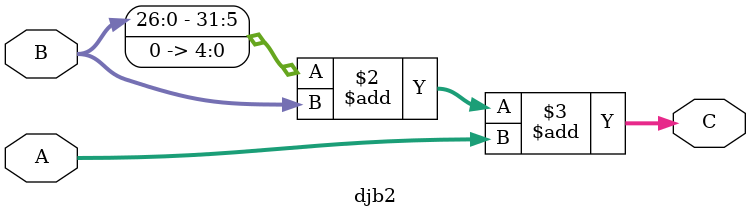
<source format=v>
module djb2(
		input [31:0]A,
		input [31:0]B,
		output [31:0]C

);

		assign C = (B << 5 ) + B + A;
		


endmodule
</source>
